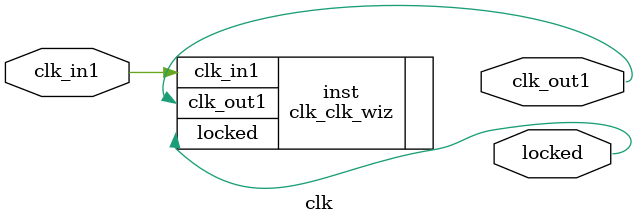
<source format=v>


`timescale 1ps/1ps

(* CORE_GENERATION_INFO = "clk,clk_wiz_v5_4_3_0,{component_name=clk,use_phase_alignment=true,use_min_o_jitter=false,use_max_i_jitter=false,use_dyn_phase_shift=false,use_inclk_switchover=false,use_dyn_reconfig=false,enable_axi=0,feedback_source=FDBK_AUTO,PRIMITIVE=PLL,num_out_clk=1,clkin1_period=10.000,clkin2_period=10.000,use_power_down=false,use_reset=false,use_locked=true,use_inclk_stopped=false,feedback_type=SINGLE,CLOCK_MGR_TYPE=NA,manual_override=false}" *)

module clk 
 (
  // Clock out ports
  output        clk_out1,
  // Status and control signals
  output        locked,
 // Clock in ports
  input         clk_in1
 );

  clk_clk_wiz inst
  (
  // Clock out ports  
  .clk_out1(clk_out1),
  // Status and control signals               
  .locked(locked),
 // Clock in ports
  .clk_in1(clk_in1)
  );

endmodule

</source>
